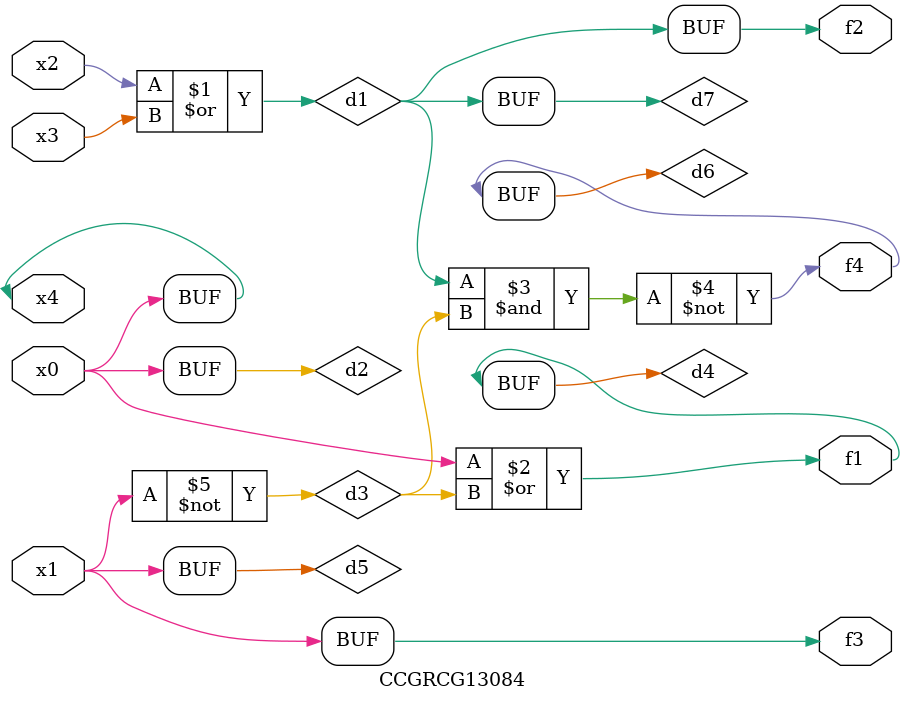
<source format=v>
module CCGRCG13084(
	input x0, x1, x2, x3, x4,
	output f1, f2, f3, f4
);

	wire d1, d2, d3, d4, d5, d6, d7;

	or (d1, x2, x3);
	buf (d2, x0, x4);
	not (d3, x1);
	or (d4, d2, d3);
	not (d5, d3);
	nand (d6, d1, d3);
	or (d7, d1);
	assign f1 = d4;
	assign f2 = d7;
	assign f3 = d5;
	assign f4 = d6;
endmodule

</source>
